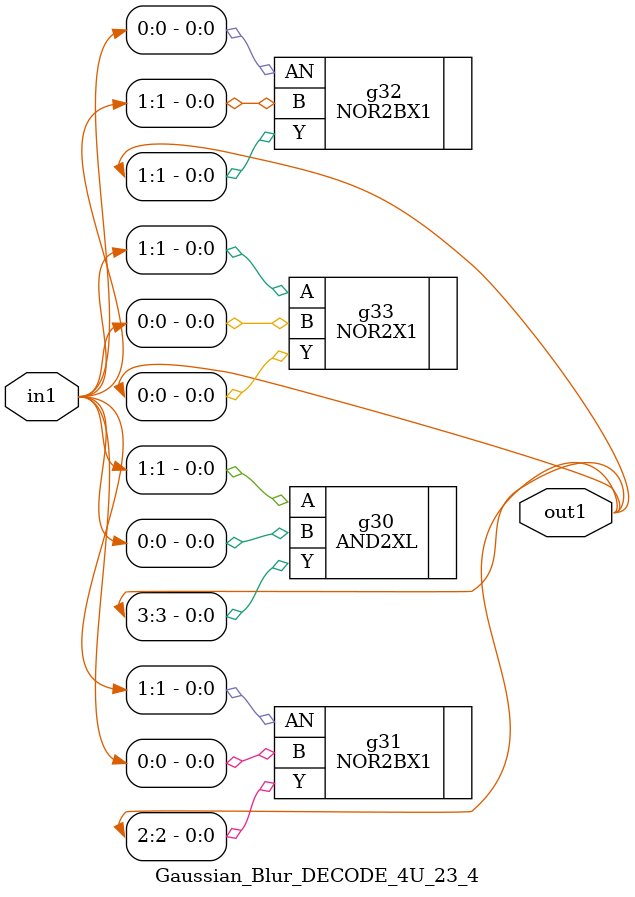
<source format=v>
`timescale 1ps / 1ps


module Gaussian_Blur_DECODE_4U_23_4(in1, out1);
  input [1:0] in1;
  output [3:0] out1;
  wire [1:0] in1;
  wire [3:0] out1;
  AND2XL g30(.A (in1[1]), .B (in1[0]), .Y (out1[3]));
  NOR2BX1 g31(.AN (in1[1]), .B (in1[0]), .Y (out1[2]));
  NOR2BX1 g32(.AN (in1[0]), .B (in1[1]), .Y (out1[1]));
  NOR2X1 g33(.A (in1[1]), .B (in1[0]), .Y (out1[0]));
endmodule


</source>
